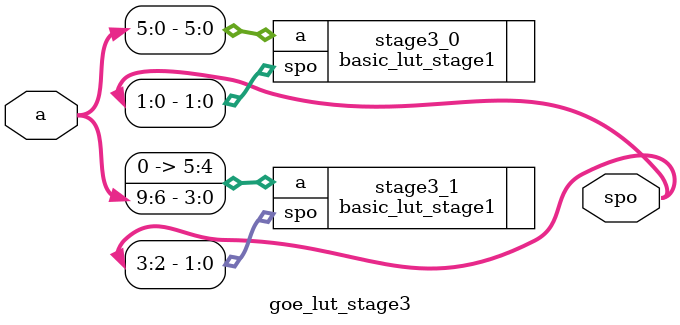
<source format=v>
`timescale 1ns / 1ps


module goe_lut_stage3(
    input [9:0] a,
    output [3:0] spo
    );


basic_lut_stage1 stage3_0(
    .a(a[5:0]),
    .spo(spo[1:0])
);

basic_lut_stage1 stage3_1(
    .a({2'b0, a[9:6]}),
    .spo(spo[3:2])
);
endmodule

</source>
